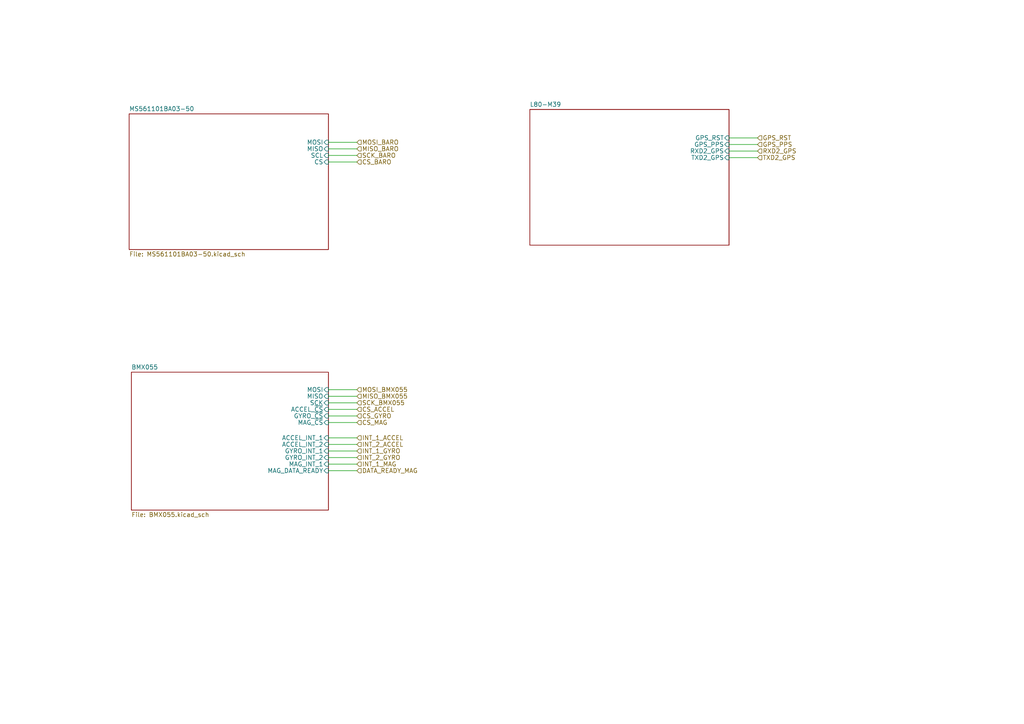
<source format=kicad_sch>
(kicad_sch (version 20211123) (generator eeschema)
  (paper "A4")
  (lib_symbols)
  (wire (pts (xy 95.25 113.03) (xy 103.505 113.03)))
  (wire (pts (xy 95.25 127) (xy 103.505 127)))
  (wire (pts (xy 95.25 114.935) (xy 103.505 114.935)))
  (wire (pts (xy 95.25 128.905) (xy 103.505 128.905)))
  (wire (pts (xy 95.25 45.085) (xy 103.505 45.085)))
  (wire (pts (xy 211.455 40.005) (xy 219.71 40.005)))
  (wire (pts (xy 95.25 41.275) (xy 103.505 41.275)))
  (wire (pts (xy 95.25 46.99) (xy 103.505 46.99)))
  (wire (pts (xy 95.25 132.715) (xy 103.505 132.715)))
  (wire (pts (xy 95.25 134.62) (xy 103.505 134.62)))
  (wire (pts (xy 95.25 120.65) (xy 103.505 120.65)))
  (wire (pts (xy 95.25 122.555) (xy 103.505 122.555)))
  (wire (pts (xy 95.25 118.745) (xy 103.505 118.745)))
  (wire (pts (xy 211.455 41.91) (xy 219.71 41.91)))
  (wire (pts (xy 95.25 136.525) (xy 103.505 136.525)))
  (wire (pts (xy 211.455 45.72) (xy 219.71 45.72)))
  (wire (pts (xy 95.25 116.84) (xy 103.505 116.84)))
  (wire (pts (xy 95.25 130.81) (xy 103.505 130.81)))
  (wire (pts (xy 211.455 43.815) (xy 219.71 43.815)))
  (wire (pts (xy 95.25 43.18) (xy 103.505 43.18)))
  (hierarchical_label "DATA_READY_MAG" (shape input) (at 103.505 136.525 0))
  (hierarchical_label "SCK_BMX055" (shape input) (at 103.505 116.84 0))
  (hierarchical_label "INT_1_MAG" (shape input) (at 103.505 134.62 0))
  (hierarchical_label "GPS_RST" (shape input) (at 219.71 40.005 0))
  (hierarchical_label "TXD2_GPS" (shape input) (at 219.71 45.72 0))
  (hierarchical_label "CS_ACCEL" (shape input) (at 103.505 118.745 0))
  (hierarchical_label "INT_2_GYRO" (shape input) (at 103.505 132.715 0))
  (hierarchical_label "MISO_BARO" (shape input) (at 103.505 43.18 0))
  (hierarchical_label "MOSI_BMX055" (shape input) (at 103.505 113.03 0))
  (hierarchical_label "CS_GYRO" (shape input) (at 103.505 120.65 0))
  (hierarchical_label "INT_1_GYRO" (shape input) (at 103.505 130.81 0))
  (hierarchical_label "RXD2_GPS" (shape input) (at 219.71 43.815 0))
  (hierarchical_label "INT_1_ACCEL" (shape input) (at 103.505 127 0))
  (hierarchical_label "MOSI_BARO" (shape input) (at 103.505 41.275 0))
  (hierarchical_label "CS_BARO" (shape input) (at 103.505 46.99 0))
  (hierarchical_label "SCK_BARO" (shape input) (at 103.505 45.085 0))
  (hierarchical_label "GPS_PPS" (shape input) (at 219.71 41.91 0))
  (hierarchical_label "INT_2_ACCEL" (shape input) (at 103.505 128.905 0))
  (hierarchical_label "MISO_BMX055" (shape input) (at 103.505 114.935 0))
  (hierarchical_label "CS_MAG" (shape input) (at 103.505 122.555 0))
  (sheet (at 153.67 31.75) (size 57.785 39.37) (stroke (width 0.1524))
    (property "Sheet name" "L80-M39" (at 153.67 31.0384 0) (effects (justify left bottom)))
    (property "Sheet file" "L80-M39.kicad_sch" (at 153.67 71.1966 0) (effects (font (size 0 0)) (justify left top)))
    (pin "GPS_RST" input (at 211.455 40.005 0))
    (pin "GPS_PPS" input (at 211.455 41.91 0))
    (pin "RXD2_GPS" input (at 211.455 43.815 0))
    (pin "TXD2_GPS" input (at 211.455 45.72 0))
  )
  (sheet (at 38.1 107.95) (size 57.15 40.005) (stroke (width 0.1524))
    (property "Sheet name" "BMX055" (at 38.1 107.2384 0) (effects (justify left bottom)))
    (property "Sheet file" "BMX055.kicad_sch" (at 38.1 148.5396 0) (effects (justify left top)))
    (pin "MISO" input (at 95.25 114.935 0))
    (pin "SCK" input (at 95.25 116.84 0))
    (pin "MOSI" input (at 95.25 113.03 0))
    (pin "MAG_INT_1" input (at 95.25 134.62 0))
    (pin "GYRO_INT_2" input (at 95.25 132.715 0))
    (pin "ACCEL_~{CS}" input (at 95.25 118.745 0))
    (pin "GYRO_~{CS}" input (at 95.25 120.65 0))
    (pin "MAG_~{CS}" input (at 95.25 122.555 0))
    (pin "ACCEL_INT_1" input (at 95.25 127 0))
    (pin "GYRO_INT_1" input (at 95.25 130.81 0))
    (pin "ACCEL_INT_2" input (at 95.25 128.905 0))
    (pin "MAG_DATA_READY" input (at 95.25 136.525 0))
  )
  (sheet (at 37.465 33.02) (size 57.785 39.37) (stroke (width 0.1524))
    (property "Sheet name" "MS561101BA03-50" (at 37.465 32.3084 0) (effects (justify left bottom)))
    (property "Sheet file" "MS561101BA03-50.kicad_sch" (at 37.465 72.9746 0) (effects (justify left top)))
    (pin "MOSI" input (at 95.25 41.275 0))
    (pin "MISO" input (at 95.25 43.18 0))
    (pin "CS" input (at 95.25 46.99 0))
    (pin "SCL" input (at 95.25 45.085 0))
  )
)
</source>
